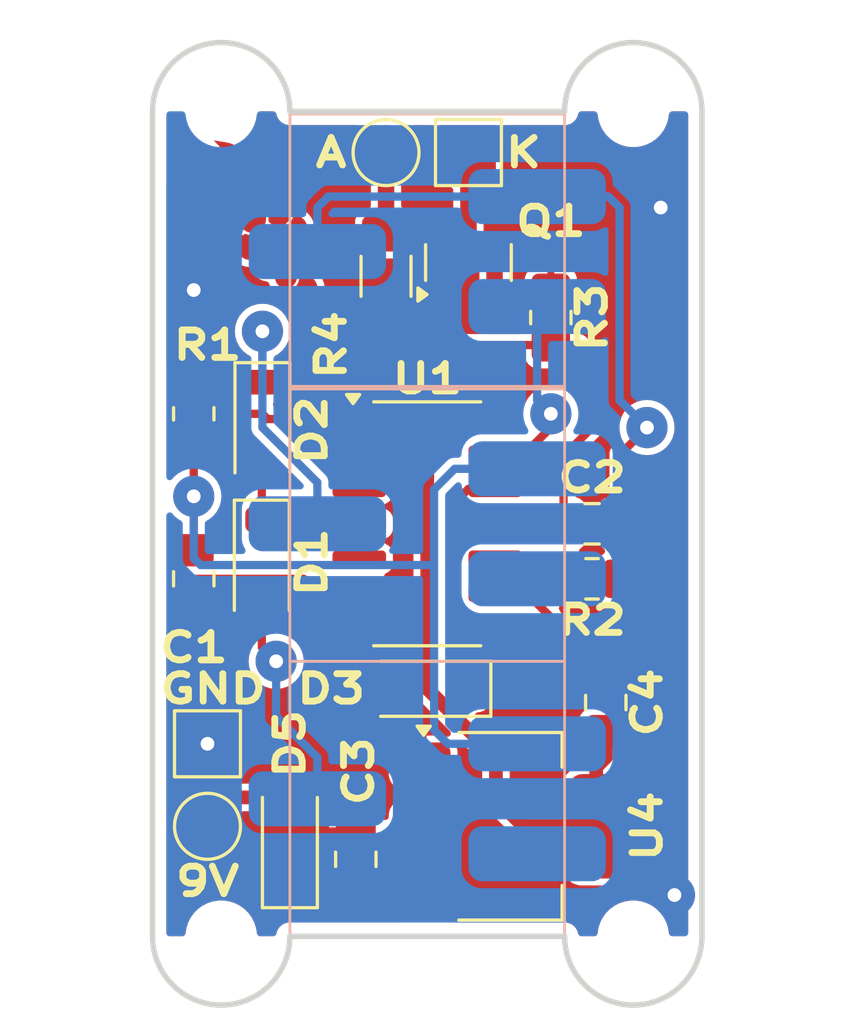
<source format=kicad_pcb>
(kicad_pcb (version 20240108) (generator "pcbnew") (generator_version "8.0")
  (layers (0 "F.Cu" signal) (31 "B.Cu" signal) (34 "B.Paste" user) (35 "F.Paste" user) (36 "B.SilkS" user "B.Silkscreen") (37 "F.SilkS" user "F.Silkscreen") (38 "B.Mask" user) (39 "F.Mask" user) (44 "Edge.Cuts" user))
  (net 0 "")
  (net 1 "Net-(D1-A)")
  (net 2 "/o2")
  (net 3 "/out4")
  (net 4 "/in4")
  (net 5 "/in2")
  (net 6 "/in3c")
  (net 7 "/in1")
  (net 8 "/in3fb")
  (net 9 "GND")
  (net 10 "Net-(C1-Pad2)")
  (net 11 "Net-(C2-Pad2)")
  (net 12 "Net-(D2-K)")
  (net 13 "Net-(D5-K)")
  (net 14 "+3V3")
  (net 15 "/9V")
  (net 16 "Net-(Q1-D)")
  (net 17 "Net-(J4-Pad1)")
  (footprint "Package_SO:SOIC-14_3.9x8.7mm_P1.27mm" (layer "F.Cu") (at 140 95)
    (property "Reference" "U1" (at 0 -5.28 0) (layer "F.SilkS") (effects (font (size 1 1.25) (thickness 0.3))))
    (property "Value" "74HC00")
    (pad "1" smd roundrect (at -2.475 -3.81) (size 1.95 0.6) (layers "F.Cu" "F.Paste" "F.Mask") (net 7 "/in1"))
    (pad "2" smd roundrect (at -2.475 -2.54) (size 1.95 0.6) (layers "F.Cu" "F.Paste" "F.Mask") (net 7 "/in1"))
    (pad "3" smd roundrect (at -2.475 -1.27) (size 1.95 0.6) (layers "F.Cu" "F.Paste" "F.Mask") (net 5 "/in2"))
    (pad "4" smd roundrect (at -2.475 0) (size 1.95 0.6) (layers "F.Cu" "F.Paste" "F.Mask") (net 5 "/in2"))
    (pad "5" smd roundrect (at -2.475 1.27) (size 1.95 0.6) (layers "F.Cu" "F.Paste" "F.Mask") (net 5 "/in2"))
    (pad "6" smd roundrect (at -2.475 2.54) (size 1.95 0.6) (layers "F.Cu" "F.Paste" "F.Mask") (net 2 "/o2"))
    (pad "7" smd roundrect (at -2.475 3.81) (size 1.95 0.6) (layers "F.Cu" "F.Paste" "F.Mask") (net 9 "GND"))
    (pad "8" smd roundrect (at 2.475 3.81) (size 1.95 0.6) (layers "F.Cu" "F.Paste" "F.Mask") (net 4 "/in4"))
    (pad "9" smd roundrect (at 2.475 2.54) (size 1.95 0.6) (layers "F.Cu" "F.Paste" "F.Mask") (net 6 "/in3c"))
    (pad "10" smd roundrect (at 2.475 1.27) (size 1.95 0.6) (layers "F.Cu" "F.Paste" "F.Mask") (net 8 "/in3fb"))
    (pad "11" smd roundrect (at 2.475 0) (size 1.95 0.6) (layers "F.Cu" "F.Paste" "F.Mask") (net 3 "/out4"))
    (pad "12" smd roundrect (at 2.475 -1.27) (size 1.95 0.6) (layers "F.Cu" "F.Paste" "F.Mask") (net 4 "/in4"))
    (pad "13" smd roundrect (at 2.475 -2.54) (size 1.95 0.6) (layers "F.Cu" "F.Paste" "F.Mask") (net 4 "/in4"))
    (pad "14" smd roundrect (at 2.475 -3.81) (size 1.95 0.6) (layers "F.Cu" "F.Paste" "F.Mask") (net 14 "+3V3"))
  )
  (footprint "Diode_SMD:D_SOD-123" (layer "F.Cu") (at 135 106.6 90)
    (property "Reference" "D5" (at 3.6 0 270) (layer "F.SilkS") (effects (font (size 1 1.25) (thickness 0.3))))
    (property "Value" "D_Schottky")
    (pad "1" smd roundrect (at -1.65 0 90) (size 0.9 1.2) (layers "F.Cu" "F.Paste" "F.Mask") (net 13 "Net-(D5-K)"))
    (pad "2" smd roundrect (at 1.65 0 90) (size 0.9 1.2) (layers "F.Cu" "F.Paste" "F.Mask") (net 15 "/9V"))
  )
  (footprint "MountingHole:MountingHole_2.1mm" (layer "F.Cu") (at 147.5 110 180)
    (property "Reference" "REF**" (hide yes))
    (property "Value" "MountingHole_2.1mm")
    (pad "" np_thru_hole circle (at 0 0 180) (size 2.1 2.1) (drill 2.1) (layers "F&B.Cu" "*.Mask"))
  )
  (footprint "Capacitor_SMD:C_0805_2012Metric_Pad1.18x1.45mm_HandSolder" (layer "F.Cu") (at 146.5 101.5 90)
    (property "Reference" "C4" (at 0 1.5 270) (layer "F.SilkS") (effects (font (size 1 1.25) (thickness 0.3))))
    (property "Value" "10u")
    (pad "1" smd roundrect (at -1.0375 0 90) (size 1.175 1.45) (layers "F.Cu" "F.Paste" "F.Mask") (roundrect_rratio 0.2127659574) (net 14 "+3V3"))
    (pad "2" smd roundrect (at 1.0375 0 90) (size 1.175 1.45) (layers "F.Cu" "F.Paste" "F.Mask") (roundrect_rratio 0.2127659574) (net 9 "GND"))
  )
  (footprint "Resistor_SMD:R_1206_3216Metric_Pad1.30x1.75mm_HandSolder" (layer "F.Cu") (at 138.5 86 90)
    (property "Reference" "R4" (at -2.5 -2 270) (layer "F.SilkS") (effects (font (size 1 1.25) (thickness 0.3))))
    (property "Value" "220R")
    (pad "1" smd roundrect (at -1.55 0 90) (size 1.3 1.75) (layers "F.Cu" "F.Paste" "F.Mask") (roundrect_rratio 0.1923076923) (net 14 "+3V3"))
    (pad "2" smd roundrect (at 1.55 0 90) (size 1.3 1.75) (layers "F.Cu" "F.Paste" "F.Mask") (roundrect_rratio 0.1923076923) (net 17 "Net-(J4-Pad1)"))
  )
  (footprint "Diode_SMD:D_SOD-123" (layer "F.Cu") (at 134 91.5 -90)
    (property "Reference" "D2" (at 0.1 -1.8 90) (layer "F.SilkS") (effects (font (size 1 1.25) (thickness 0.3))))
    (property "Value" "D_Schottky")
    (pad "1" smd roundrect (at -1.65 0 270) (size 0.9 1.2) (layers "F.Cu" "F.Paste" "F.Mask") (net 12 "Net-(D2-K)"))
    (pad "2" smd roundrect (at 1.65 0 270) (size 0.9 1.2) (layers "F.Cu" "F.Paste" "F.Mask") (net 5 "/in2"))
  )
  (footprint "TestPoint:TestPoint_Pad_D2.0mm" (layer "F.Cu") (at 138.5 81.5)
    (property "Reference" "J4" (hide yes))
    (property "Value" "A" (at -2 0 0) (layer "F.SilkS") (effects (font (size 1 1.25) (thickness 0.25) (bold yes))))
    (pad "1" smd circle (at 0 0) (size 2 2) (layers "F.Cu" "F.Mask") (net 17 "Net-(J4-Pad1)"))
  )
  (footprint "Package_TO_SOT_SMD:SOT-23" (layer "F.Cu") (at 141.5 85.5 90)
    (property "Reference" "Q1" (at 1.5 3 0) (layer "F.SilkS") (effects (font (size 1 1.25) (thickness 0.3))))
    (property "Value" "BS170F")
    (pad "1" smd roundrect (at -0.9375 -0.95 90) (size 1.475 0.6) (layers "F.Cu" "F.Paste" "F.Mask") (net 3 "/out4"))
    (pad "2" smd roundrect (at -0.9375 0.95 90) (size 1.475 0.6) (layers "F.Cu" "F.Paste" "F.Mask") (net 9 "GND"))
    (pad "3" smd roundrect (at 0.9375 0 90) (size 1.475 0.6) (layers "F.Cu" "F.Paste" "F.Mask") (net 16 "Net-(Q1-D)"))
  )
  (footprint "TestPoint:TestPoint_Pad_2.0x2.0mm" (layer "F.Cu") (at 141.5 81.5)
    (property "Reference" "J3" (hide yes))
    (property "Value" "K" (at 2 0 0) (layer "F.SilkS") (effects (font (size 1 1.25) (thickness 0.25) (bold yes))))
    (pad "1" smd rect (at 0 0) (size 2 2) (layers "F.Cu" "F.Mask") (net 16 "Net-(Q1-D)"))
  )
  (footprint "Capacitor_SMD:C_0805_2012Metric_Pad1.18x1.45mm_HandSolder" (layer "F.Cu") (at 137.4 107.2 90)
    (property "Reference" "C3" (at 3.2 0.1 270) (layer "F.SilkS") (effects (font (size 1 1.25) (thickness 0.3))))
    (property "Value" "10u")
    (pad "1" smd roundrect (at -1.0375 0 90) (size 1.175 1.45) (layers "F.Cu" "F.Paste" "F.Mask") (roundrect_rratio 0.2127659574) (net 13 "Net-(D5-K)"))
    (pad "2" smd roundrect (at 1.0375 0 90) (size 1.175 1.45) (layers "F.Cu" "F.Paste" "F.Mask") (roundrect_rratio 0.2127659574) (net 9 "GND"))
  )
  (footprint "MountingHole:MountingHole_2.1mm" (layer "F.Cu") (at 147.5 80 180)
    (property "Reference" "REF**" (hide yes))
    (property "Value" "MountingHole_2.1mm")
    (pad "" np_thru_hole circle (at 0 0 180) (size 2.1 2.1) (drill 2.1) (layers "F&B.Cu" "*.Mask"))
  )
  (footprint "MountingHole:MountingHole_2.1mm" (layer "F.Cu") (at 132.5 80 180)
    (property "Reference" "REF**" (hide yes))
    (property "Value" "MountingHole_2.1mm")
    (pad "" np_thru_hole circle (at 0 0 180) (size 2.1 2.1) (drill 2.1) (layers "F&B.Cu" "*.Mask"))
  )
  (footprint "Package_TO_SOT_SMD:SOT-223-3_TabPin2" (layer "F.Cu") (at 143 106)
    (property "Reference" "U4" (at 5 0 90) (layer "F.SilkS") (effects (font (size 1 1.25) (thickness 0.3))))
    (property "Value" "AMS1117-3.3")
    (pad "1" smd roundrect (at -3.15 -2.3) (size 2 1.5) (layers "F.Cu" "F.Paste" "F.Mask") (net 9 "GND"))
    (pad "2" smd roundrect (at -3.15 0) (size 2 1.5) (layers "F.Cu" "F.Paste" "F.Mask") (net 14 "+3V3"))
    (pad "2" smd roundrect (at 3.15 0) (size 2 3.8) (layers "F.Cu" "F.Paste" "F.Mask") (net 14 "+3V3"))
    (pad "3" smd roundrect (at -3.15 2.3) (size 2 1.5) (layers "F.Cu" "F.Paste" "F.Mask") (net 13 "Net-(D5-K)"))
  )
  (footprint "uzum:uzum" (layer "F.Cu") (at 134 84 20)
    (property "Reference" "G***" (hide yes))
    (property "Value" "LOGO" (hide yes))
    (fp_poly (pts (xy -0.286352 -0.753587) (xy -0.207593 -0.741895) (xy -0.133152 -0.717963) (xy -0.063999 -0.682625) (xy -0.0011 -0.636713) (xy 0.054577 -0.581062) (xy 0.102063 -0.516505) (xy 0.140392 -0.443876) (xy 0.168596 -0.364007) (xy 0.169404 -0.361026) (xy 0.17925 -0.309784) (xy 0.184115 -0.251221) (xy 0.183996 -0.190397) (xy 0.178887 -0.132363) (xy 0.169686 -0.085455) (xy 0.1431 -0.009385) (xy 0.106393 0.061034) (xy 0.060785 0.124668) (xy 0.007492 0.180378) (xy -0.052268 0.227032) (xy -0.117276 0.263489) (xy -0.186315 0.288617) (xy -0.243218 0.299746) (xy -0.278984 0.303908) (xy -0.305394 0.306287) (xy -0.326461 0.306987) (xy -0.346193 0.306105) (xy -0.368601 0.303741) (xy -0.374521 0.303002) (xy -0.451694 0.286763) (xy -0.523511 0.258967) (xy -0.589253 0.220735) (xy -0.648197 0.173189) (xy -0.699623 0.117446) (xy -0.742808 0.054628) (xy -0.777032 -0.014145) (xy -0.801573 -0.087753) (xy -0.815709 -0.165076) (xy -0.81872 -0.244993) (xy -0.809883 -0.326385) (xy -0.802332 -0.361273) (xy -0.776944 -0.437909) (xy -0.740248 -0.508626) (xy -0.691508 -0.574688) (xy -0.654694 -0.614081) (xy -0.592812 -0.666111) (xy -0.524827 -0.706594) (xy -0.45196 -0.73507) (xy -0.375433 -0.751074) (xy -0.296466 -0.754145)) (fill solid) (layer "F.Cu"))
    (fp_poly (pts (xy 1.519636 0.894564) (xy 1.534993 0.904668) (xy 1.555034 0.919073) (xy 1.560119 0.922881) (xy 1.612253 0.970449) (xy 1.655225 1.026635) (xy 1.688494 1.089671) (xy 1.711521 1.157794) (xy 1.723765 1.229236) (xy 1.724686 1.302233) (xy 1.713745 1.375018) (xy 1.706548 1.401652) (xy 1.679595 1.469216) (xy 1.642534 1.530135) (xy 1.596677 1.583154) (xy 1.543331 1.627019) (xy 1.483807 1.660471) (xy 1.419413 1.682258) (xy 1.412297 1.683844) (xy 1.369255 1.691065) (xy 1.331417 1.692393) (xy 1.291835 1.687814) (xy 1.270341 1.683549) (xy 1.222382 1.668981) (xy 1.173975 1.647038) (xy 1.130786 1.62048) (xy 1.114258 1.607498) (xy 1.084955 1.582259) (xy 1.093441 1.529653) (xy 1.099562 1.460895) (xy 1.097147 1.388474) (xy 1.086715 1.316729) (xy 1.068785 1.25) (xy 1.056065 1.217347) (xy 1.039957 1.180924) (xy 1.063488 1.180924) (xy 1.093678 1.178412) (xy 1.131718 1.171585) (xy 1.173084 1.161513) (xy 1.213247 1.149262) (xy 1.239574 1.139403) (xy 1.307309 1.104377) (xy 1.370822 1.05795) (xy 1.427842 1.002077) (xy 1.476093 0.938713) (xy 1.479788 0.93293) (xy 1.493351 0.91251) (xy 1.504644 0.89753) (xy 1.511481 0.890861) (xy 1.511948 0.890754)) (fill solid) (layer "F.Cu"))
    (fp_poly (pts (xy 0.193847 1.826691) (xy 0.23129 1.839782) (xy 0.270676 1.859788) (xy 0.298439 1.877812) (xy 0.323607 1.895163) (xy 0.347263 1.910252) (xy 0.365502 1.920629) (xy 0.370189 1.922823) (xy 0.386887 1.934214) (xy 0.40724 1.954753) (xy 0.428905 1.981498) (xy 0.449542 2.011505) (xy 0.466809 2.04183) (xy 0.469832 2.04806) (xy 0.493006 2.11306) (xy 0.503792 2.181302) (xy 0.502298 2.250924) (xy 0.488631 2.320066) (xy 0.462899 2.386866) (xy 0.448815 2.413267) (xy 0.434879 2.433536) (xy 0.414684 2.458392) (xy 0.391953 2.483336) (xy 0.385237 2.490121) (xy 0.329987 2.535485) (xy 0.268128 2.569688) (xy 0.201282 2.592268) (xy 0.131071 2.602763) (xy 0.059113 2.600711) (xy 0.020245 2.594254) (xy -0.046575 2.573143) (xy -0.108236 2.540438) (xy -0.163333 2.497513) (xy -0.210454 2.44574) (xy -0.24819 2.386491) (xy -0.275132 2.321139) (xy -0.280746 2.301158) (xy -0.288917 2.248373) (xy -0.289321 2.190126) (xy -0.282306 2.13174) (xy -0.268218 2.078538) (xy -0.26576 2.071955) (xy -0.246174 2.021621) (xy -0.194469 2.013626) (xy -0.113376 1.994859) (xy -0.035982 1.964726) (xy 0.035482 1.924349) (xy 0.098786 1.874852) (xy 0.117839 1.856366) (xy 0.135901 1.839284) (xy 0.151614 1.826979) (xy 0.161699 1.822008) (xy 0.161971 1.821998)) (fill solid) (layer "F.Cu"))
    (fp_poly (pts (xy 0.171106 0.217949) (xy 0.175452 0.220369) (xy 0.179911 0.230305) (xy 0.191964 0.247443) (xy 0.209623 0.269479) (xy 0.230902 0.294107) (xy 0.253813 0.319025) (xy 0.27637 0.341926) (xy 0.295468 0.359552) (xy 0.337971 0.391382) (xy 0.388187 0.421424) (xy 0.441342 0.44722) (xy 0.492661 0.466307) (xy 0.513837 0.472042) (xy 0.56347 0.483586) (xy 0.575213 0.518432) (xy 0.593304 0.592463) (xy 0.598464 0.667007) (xy 0.591113 0.740599) (xy 0.571672 0.811775) (xy 0.540559 0.87907) (xy 0.498197 0.941022) (xy 0.445001 0.996164) (xy 0.436024 1.003831) (xy 0.378788 1.0435) (xy 0.314686 1.073964) (xy 0.246537 1.09442) (xy 0.177156 1.104064) (xy 0.109362 1.102095) (xy 0.097188 1.100389) (xy 0.063066 1.093709) (xy 0.031435 1.08432) (xy -0.002225 1.070615) (xy -0.042434 1.05099) (xy -0.043516 1.050434) (xy -0.102894 1.012492) (xy -0.155374 0.964214) (xy -0.199844 0.907457) (xy -0.235194 0.844078) (xy -0.26031 0.775934) (xy -0.274083 0.704882) (xy -0.276439 0.661317) (xy -0.270598 0.593195) (xy -0.253977 0.524088) (xy -0.227923 0.45853) (xy -0.202894 0.41425) (xy -0.187835 0.39349) (xy -0.173342 0.380698) (xy -0.154016 0.371731) (xy -0.142425 0.367879) (xy -0.074509 0.340858) (xy -0.00797 0.303721) (xy 0.052207 0.259359) (xy 0.066262 0.246936) (xy 0.085119 0.231076) (xy 0.101611 0.222473) (xy 0.122114 0.218387) (xy 0.135431 0.217213) (xy 0.156599 0.216604)) (fill solid) (layer "F.Cu"))
    (fp_poly (pts (xy 1.146405 0.186278) (xy 1.17009 0.193314) (xy 1.198036 0.204188) (xy 1.227741 0.21798) (xy 1.256701 0.233766) (xy 1.269808 0.241914) (xy 1.330176 0.289192) (xy 1.381153 0.34555) (xy 1.422024 0.409729) (xy 1.452072 0.480472) (xy 1.470582 0.556519) (xy 1.475853 0.604195) (xy 1.475294 0.666016) (xy 1.466848 0.729444) (xy 1.451422 0.788841) (xy 1.442276 0.813151) (xy 1.407529 0.879377) (xy 1.362528 0.939343) (xy 1.309004 0.991471) (xy 1.248687 1.034185) (xy 1.183307 1.065907) (xy 1.154146 1.075752) (xy 1.116539 1.083752) (xy 1.07187 1.088656) (xy 1.02606 1.09013) (xy 0.985025 1.087838) (xy 0.972601 1.086033) (xy 0.907955 1.068136) (xy 0.844717 1.03863) (xy 0.785522 0.999346) (xy 0.733009 0.952114) (xy 0.689813 0.898766) (xy 0.679437 0.882466) (xy 0.656301 0.843811) (xy 0.66985 0.798114) (xy 0.677524 0.761797) (xy 0.682412 0.71679) (xy 0.684464 0.66743) (xy 0.683632 0.618053) (xy 0.679867 0.572997) (xy 0.67312 0.5366) (xy 0.67282 0.535503) (xy 0.666871 0.513598) (xy 0.662715 0.497423) (xy 0.661318 0.490885) (xy 0.667456 0.488657) (xy 0.68353 0.485875) (xy 0.705518 0.483201) (xy 0.773576 0.470084) (xy 0.842592 0.445285) (xy 0.909924 0.410127) (xy 0.972934 0.365935) (xy 1.015985 0.327441) (xy 1.039811 0.302049) (xy 1.064159 0.273246) (xy 1.086833 0.243941) (xy 1.105639 0.217039) (xy 1.118376 0.195446) (xy 1.121831 0.187407) (xy 1.129484 0.184001)) (fill solid) (layer "F.Cu"))
    (fp_poly (pts (xy 0.684134 -0.609847) (xy 0.72148 -0.606787) (xy 0.754087 -0.600389) (xy 0.786302 -0.589628) (xy 0.822471 -0.573481) (xy 0.846892 -0.561286) (xy 0.880106 -0.540525) (xy 0.917041 -0.511257) (xy 0.954508 -0.476566) (xy 0.989314 -0.439539) (xy 1.01827 -0.40326) (xy 1.031948 -0.382387) (xy 1.067601 -0.308963) (xy 1.091254 -0.231944) (xy 1.103121 -0.152877) (xy 1.103413 -0.073311) (xy 1.092344 0.005206) (xy 1.070126 0.081127) (xy 1.036971 0.152904) (xy 0.993091 0.218989) (xy 0.941696 0.27506) (xy 0.880482 0.323535) (xy 0.813837 0.360262) (xy 0.743067 0.384871) (xy 0.669473 0.396992) (xy 0.594359 0.396255) (xy 0.542968 0.388197) (xy 0.474667 0.366593) (xy 0.409792 0.332877) (xy 0.349872 0.2883) (xy 0.296431 0.23411) (xy 0.251001 0.171558) (xy 0.228365 0.13082) (xy 0.215598 0.104804) (xy 0.208184 0.087601) (xy 0.205461 0.07594) (xy 0.206769 0.066548) (xy 0.211446 0.056159) (xy 0.21276 0.053611) (xy 0.231804 0.009461) (xy 0.248753 -0.043621) (xy 0.262556 -0.101113) (xy 0.272163 -0.158491) (xy 0.276523 -0.211232) (xy 0.276674 -0.221591) (xy 0.275476 -0.248903) (xy 0.27228 -0.283444) (xy 0.267685 -0.319202) (xy 0.265722 -0.331704) (xy 0.25477 -0.397445) (xy 0.279734 -0.431454) (xy 0.326918 -0.485003) (xy 0.38426 -0.531973) (xy 0.449298 -0.570569) (xy 0.500479 -0.592516) (xy 0.523005 -0.600169) (xy 0.54308 -0.605309) (xy 0.564431 -0.608428) (xy 0.590781 -0.610015) (xy 0.625858 -0.610562) (xy 0.6377 -0.610595)) (fill solid) (layer "F.Cu"))
    (fp_poly (pts (xy 1.055808 1.677216) (xy 1.069196 1.685752) (xy 1.084998 1.696757) (xy 1.140446 1.729957) (xy 1.203114 1.756114) (xy 1.256866 1.770829) (xy 1.28169 1.775871) (xy 1.300985 1.77963) (xy 1.311301 1.781439) (xy 1.312036 1.781509) (xy 1.315552 1.78745) (xy 1.321718 1.803177) (xy 1.329322 1.825542) (xy 1.330877 1.830433) (xy 1.337717 1.854657) (xy 1.342223 1.878042) (xy 1.344824 1.904461) (xy 1.345953 1.937789) (xy 1.346099 1.967083) (xy 1.345737 2.005253) (xy 1.34446 2.033798) (xy 1.34175 2.056584) (xy 1.337084 2.077477) (xy 1.329945 2.100341) (xy 1.327045 2.108729) (xy 1.314835 2.140007) (xy 1.300364 2.171925) (xy 1.286592 2.197997) (xy 1.285492 2.199829) (xy 1.262844 2.23174) (xy 1.233679 2.265359) (xy 1.201693 2.296918) (xy 1.170581 2.322646) (xy 1.154739 2.333208) (xy 1.096432 2.361009) (xy 1.034023 2.378854) (xy 0.970735 2.386178) (xy 0.909789 2.382418) (xy 0.892672 2.379094) (xy 0.832302 2.359072) (xy 0.773919 2.327936) (xy 0.721141 2.28797) (xy 0.680509 2.245195) (xy 0.652626 2.204372) (xy 0.62789 2.157279) (xy 0.607776 2.107686) (xy 0.593766 2.05936) (xy 0.587339 2.01607) (xy 0.587089 2.007144) (xy 0.587089 1.979185) (xy 0.636852 1.974979) (xy 0.695992 1.965407) (xy 0.75748 1.947469) (xy 0.815019 1.923165) (xy 0.836422 1.911583) (xy 0.890778 1.873854) (xy 0.942969 1.826639) (xy 0.989505 1.773567) (xy 1.026899 1.718264) (xy 1.032961 1.707279) (xy 1.042344 1.689581) (xy 1.048707 1.677597) (xy 1.05022 1.674762)) (fill solid) (layer "F.Cu"))
    (fp_poly (pts (xy -0.750846 0.216571) (xy -0.734701 0.219286) (xy -0.723369 0.225321) (xy -0.714792 0.233442) (xy -0.672712 0.271252) (xy -0.620495 0.30675) (xy -0.561486 0.338235) (xy -0.49903 0.364008) (xy -0.436472 0.382375) (xy -0.411384 0.387402) (xy -0.396724 0.391702) (xy -0.384278 0.400779) (xy -0.37074 0.417507) (xy -0.362141 0.43023) (xy -0.351186 0.447267) (xy -0.344118 0.460818) (xy -0.340734 0.47399) (xy -0.34083 0.489886) (xy -0.3442 0.511612) (xy -0.35064 0.542273) (xy -0.353808 0.556721) (xy -0.363182 0.626795) (xy -0.362342 0.701207) (xy -0.351611 0.775865) (xy -0.331314 0.846678) (xy -0.330714 0.848291) (xy -0.316905 0.885201) (xy -0.337592 0.926779) (xy -0.377739 0.992566) (xy -0.428562 1.050954) (xy -0.488823 1.100896) (xy -0.557288 1.141341) (xy -0.620829 1.167407) (xy -0.659785 1.176921) (xy -0.707025 1.183055) (xy -0.757714 1.185599) (xy -0.807018 1.184344) (xy -0.850103 1.179079) (xy -0.857013 1.177647) (xy -0.882654 1.170148) (xy -0.914945 1.158215) (xy -0.948676 1.143851) (xy -0.964966 1.136131) (xy -0.99729 1.119173) (xy -1.023689 1.102484) (xy -1.048516 1.082864) (xy -1.076119 1.057111) (xy -1.086774 1.046526) (xy -1.139149 0.985964) (xy -1.179017 0.921532) (xy -1.206814 0.852156) (xy -1.222974 0.776763) (xy -1.227944 0.698432) (xy -1.223228 0.622549) (xy -1.208461 0.553475) (xy -1.182784 0.488133) (xy -1.155161 0.438629) (xy -1.109942 0.377784) (xy -1.056449 0.325118) (xy -0.996397 0.281637) (xy -0.931501 0.248349) (xy -0.863477 0.226262) (xy -0.79404 0.216384) (xy -0.776133 0.21594)) (fill solid) (layer "F.Cu"))
    (fp_poly (pts (xy 0.653522 2.363101) (xy 0.672107 2.368484) (xy 0.690749 2.379622) (xy 0.700063 2.386545) (xy 0.745051 2.415538) (xy 0.798253 2.440772) (xy 0.854464 2.459947) (xy 0.880365 2.466198) (xy 0.906647 2.472265) (xy 0.928285 2.478451) (xy 0.941433 2.483622) (xy 0.942916 2.484602) (xy 0.957775 2.500132) (xy 0.976474 2.524248) (xy 0.996693 2.553524) (xy 1.016113 2.584541) (xy 1.032414 2.613873) (xy 1.037336 2.623925) (xy 1.061859 2.688692) (xy 1.07566 2.75612) (xy 1.079586 2.821968) (xy 1.073647 2.900504) (xy 1.056082 2.97479) (xy 1.027751 3.043719) (xy 0.989515 3.106182) (xy 0.942233 3.161073) (xy 0.886765 3.207282) (xy 0.82397 3.243702) (xy 0.75471 3.269224) (xy 0.727397 3.275729) (xy 0.678222 3.283563) (xy 0.634198 3.285013) (xy 0.588574 3.280058) (xy 0.563469 3.27526) (xy 0.495518 3.25417) (xy 0.43195 3.221216) (xy 0.374057 3.177671) (xy 0.323131 3.124808) (xy 0.280466 3.063901) (xy 0.247354 2.996225) (xy 0.231193 2.947861) (xy 0.225708 2.919536) (xy 0.221962 2.883086) (xy 0.219973 2.842078) (xy 0.219755 2.800074) (xy 0.221326 2.76064) (xy 0.224701 2.727342) (xy 0.229897 2.703744) (xy 0.230079 2.70323) (xy 0.236388 2.688796) (xy 0.245059 2.678492) (xy 0.259476 2.669572) (xy 0.283022 2.65929) (xy 0.285405 2.658325) (xy 0.359226 2.621578) (xy 0.424707 2.574614) (xy 0.481053 2.518183) (xy 0.527476 2.453034) (xy 0.552655 2.404836) (xy 0.562452 2.384897) (xy 0.571305 2.374006) (xy 0.583339 2.368703) (xy 0.598926 2.366034) (xy 0.630595 2.362582)) (fill solid) (layer "F.Cu"))
    (fp_poly (pts (xy -0.240655 1.020056) (xy -0.22661 1.024795) (xy -0.211696 1.035403) (xy -0.194708 1.051022) (xy -0.140483 1.095628) (xy -0.078734 1.133605) (xy -0.013419 1.162843) (xy 0.048059 1.180546) (xy 0.072279 1.186855) (xy 0.08822 1.19552) (xy 0.101087 1.209526) (xy 0.102891 1.212016) (xy 0.119787 1.235761) (xy 0.107237 1.276083) (xy 0.089595 1.35502) (xy 0.084271 1.437639) (xy 0.091222 1.522205) (xy 0.110401 1.60698) (xy 0.11597 1.624615) (xy 0.136843 1.687563) (xy 0.111649 1.724143) (xy 0.060498 1.787265) (xy 0.001724 1.839359) (xy -0.064285 1.88016) (xy -0.137143 1.909403) (xy -0.173409 1.919027) (xy -0.22532 1.926796) (xy -0.282991 1.928984) (xy -0.339887 1.92557) (xy -0.376759 1.919621) (xy -0.418013 1.907255) (xy -0.464174 1.887883) (xy -0.510438 1.863869) (xy -0.552 1.83758) (xy -0.568132 1.825439) (xy -0.619307 1.775986) (xy -0.662399 1.717503) (xy -0.696361 1.652382) (xy -0.720143 1.583017) (xy -0.732699 1.5118) (xy -0.73351 1.447731) (xy -0.73001 1.418495) (xy -0.723818 1.385583) (xy -0.715801 1.35215) (xy -0.706827 1.321348) (xy -0.697761 1.296331) (xy -0.689472 1.280254) (xy -0.686579 1.277039) (xy -0.675075 1.272) (xy -0.656079 1.26724) (xy -0.647821 1.265816) (xy -0.613188 1.257777) (xy -0.571906 1.243786) (xy -0.528362 1.225655) (xy -0.486946 1.205195) (xy -0.455004 1.186212) (xy -0.421049 1.161258) (xy -0.385567 1.131155) (xy -0.351903 1.099069) (xy -0.323403 1.068166) (xy -0.305233 1.044441) (xy -0.293186 1.028403) (xy -0.281416 1.021019) (xy -0.263879 1.019013) (xy -0.258224 1.018969)) (fill solid) (layer "F.Cu"))
    (fp_poly (pts (xy 0.615613 0.988835) (xy 0.634144 0.994057) (xy 0.6528 1.004562) (xy 0.675042 1.022502) (xy 0.686247 1.032734) (xy 0.751966 1.086828) (xy 0.819421 1.128032) (xy 0.88816 1.15608) (xy 0.902155 1.160123) (xy 0.919882 1.166547) (xy 0.932953 1.176748) (xy 0.94555 1.19443) (xy 0.950582 1.203005) (xy 0.962827 1.227134) (xy 0.97635 1.257913) (xy 0.988429 1.289107) (xy 0.989543 1.292269) (xy 0.997361 1.315952) (xy 1.002658 1.336427) (xy 1.00591 1.357379) (xy 1.007589 1.382495) (xy 1.008169 1.415464) (xy 1.008194 1.437354) (xy 1.007828 1.476662) (xy 1.006568 1.506249) (xy 1.003943 1.52988) (xy 0.999482 1.551324) (xy 0.992715 1.574348) (xy 0.99006 1.582439) (xy 0.959387 1.654991) (xy 0.918713 1.719731) (xy 0.868985 1.775679) (xy 0.811145 1.821853) (xy 0.746138 1.857275) (xy 0.713054 1.87004) (xy 0.66339 1.881915) (xy 0.607448 1.887247) (xy 0.550843 1.885876) (xy 0.499185 1.877641) (xy 0.493976 1.87629) (xy 0.461803 1.865954) (xy 0.427609 1.852495) (xy 0.402876 1.840873) (xy 0.366275 1.817201) (xy 0.327401 1.784666) (xy 0.289597 1.746677) (xy 0.256211 1.706643) (xy 0.230585 1.667969) (xy 0.227395 1.66207) (xy 0.197112 1.589701) (xy 0.179165 1.513604) (xy 0.173585 1.435595) (xy 0.180402 1.357484) (xy 0.199646 1.281083) (xy 0.220251 1.230175) (xy 0.227943 1.214355) (xy 0.235142 1.20291) (xy 0.24432 1.194284) (xy 0.257953 1.186921) (xy 0.278512 1.17927) (xy 0.308472 1.169774) (xy 0.323911 1.165029) (xy 0.377895 1.145171) (xy 0.427136 1.119519) (xy 0.475077 1.08596) (xy 0.525162 1.042386) (xy 0.527389 1.040281) (xy 0.586778 0.983989)) (fill solid) (layer "F.Cu"))
    (fp_poly (pts (xy -0.653624 -3.365249) (xy -0.637294 -3.357485) (xy -0.612343 -3.344809) (xy -0.580341 -3.328077) (xy -0.542861 -3.30814) (xy -0.501474 -3.285849) (xy -0.457752 -3.262056) (xy -0.413266 -3.237613) (xy -0.369589 -3.213373) (xy -0.328291 -3.190187) (xy -0.290945 -3.168907) (xy -0.259122 -3.150387) (xy -0.253054 -3.146787) (xy -0.175046 -3.097572) (xy -0.109199 -3.049633) (xy -0.054431 -3.001647) (xy -0.009661 -2.952292) (xy 0.026194 -2.900248) (xy 0.054215 -2.844189) (xy 0.075486 -2.782797) (xy 0.088168 -2.729956) (xy 0.096155 -2.684614) (xy 0.102866 -2.633532) (xy 0.108441 -2.575072) (xy 0.113017 -2.507598) (xy 0.116733 -2.429471) (xy 0.118976 -2.36497) (xy 0.123504 -2.216257) (xy 0.153996 -2.231694) (xy 0.188456 -2.243698) (xy 0.224473 -2.247063) (xy 0.257546 -2.241696) (xy 0.274205 -2.234184) (xy 0.304419 -2.208016) (xy 0.327902 -2.171054) (xy 0.344361 -2.124373) (xy 0.353505 -2.069037) (xy 0.355041 -2.006119) (xy 0.350915 -1.953682) (xy 0.335131 -1.863952) (xy 0.310229 -1.780346) (xy 0.27685 -1.704578) (xy 0.235633 -1.638358) (xy 0.230174 -1.631112) (xy 0.194937 -1.58531) (xy 0.237883 -1.565839) (xy 0.28651 -1.546707) (xy 0.340098 -1.531487) (xy 0.400248 -1.519944) (xy 0.468561 -1.511842) (xy 0.54664 -1.506944) (xy 0.636087 -1.505016) (xy 0.651466 -1.504967) (xy 0.793447 -1.504836) (xy 1.046855 -1.695471) (xy 1.137786 -1.763648) (xy 1.218753 -1.823841) (xy 1.290358 -1.876457) (xy 1.353206 -1.921904) (xy 1.407901 -1.96059) (xy 1.455047 -1.992921) (xy 1.495249 -2.019308) (xy 1.52911 -2.040157) (xy 1.557234 -2.055876) (xy 1.580226 -2.066874) (xy 1.598689 -2.073558) (xy 1.610502 -2.076059) (xy 1.621854 -2.076806) (xy 1.632581 -2.075096) (xy 1.645041 -2.069704) (xy 1.661593 -2.059405) (xy 1.684596 -2.042974) (xy 1.708342 -2.025258) (xy 1.748187 -1.994187) (xy 1.777738 -1.968252) (xy 1.798394 -1.945848) (xy 1.811558 -1.925373) (xy 1.818628 -1.905224) (xy 1.819993 -1.897438) (xy 1.819555 -1.877133) (xy 1.811532 -1.858983) (xy 1.794624 -1.841766) (xy 1.767534 -1.824255) (xy 1.728962 -1.80523) (xy 1.716031 -1.79951) (xy 1.643772 -1.764652) (xy 1.564349 -1.719896) (xy 1.478899 -1.665982) (xy 1.38856 -1.603652) (xy 1.294472 -1.533647) (xy 1.230834 -1.483569) (xy 1.200915 -1.459209) (xy 1.180245 -1.44139) (xy 1.167317 -1.428499) (xy 1.160626 -1.418923) (xy 1.158663 -1.411049) (xy 1.159078 -1.40673) (xy 1.159279 -1.394235) (xy 1.151324 -1.390233) (xy 1.147971 -1.390117) (xy 1.136586 -1.387394) (xy 1.133688 -1.383274) (xy 1.129047 -1.374928) (xy 1.117389 -1.362097) (xy 1.111768 -1.356845) (xy 1.095599 -1.344592) (xy 1.084909 -1.342372) (xy 1.081397 -1.344274) (xy 1.073415 -1.3426) (xy 1.057882 -1.332435) (xy 1.036355 -1.315251) (xy 1.01039 -1.292518) (xy 0.981543 -1.265705) (xy 0.951372 -1.236284) (xy 0.921431 -1.205725) (xy 0.893278 -1.175498) (xy 0.86847 -1.147073) (xy 0.854916 -1.130314) (xy 0.798841 -1.054507) (xy 0.75029 -0.981348) (xy 0.710029 -0.912168) (xy 0.678823 -0.848303) (xy 0.657441 -0.791084) (xy 0.654882 -0.782275) (xy 0.644178 -0.747298) (xy 0.634064 -0.723722) (xy 0.623179 -0.709594) (xy 0.610162 -0.702962) (xy 0.598742 -0.701733) (xy 0.575897 -0.700505) (xy 0.553348 -0.697815) (xy 0.531807 -0.698964) (xy 0.506918 -0.709494) (xy 0.477404 -0.730121) (xy 0.44472 -0.758968) (xy 0.428961 -0.774587) (xy 0.420995 -0.786564) (xy 0.418722 -0.80044) (xy 0.420045 -0.821759) (xy 0.42022 -0.823689) (xy 0.425574 -0.852267) (xy 0.437382 -0.890098) (xy 0.455816 -0.937596) (xy 0.481049 -0.995172) (xy 0.513251 -1.06324) (xy 0.552596 -1.142212) (xy 0.55472 -1.146385) (xy 0.574095 -1.184695) (xy 0.591076 -1.218751) (xy 0.604807 -1.246798) (xy 0.614433 -1.267081) (xy 0.619099 -1.277844) (xy 0.619377 -1.279101) (xy 0.612458 -1.281185) (xy 0.594778 -1.285589) (xy 0.568757 -1.291736) (xy 0.536813 -1.299044) (xy 0.524857 -1.301729) (xy 0.415205 -1.329525) (xy 0.311613 -1.362306) (xy 0.217567 -1.398962) (xy 0.212759 -1.40106) (xy 0.18512 -1.413048) (xy 0.162229 -1.422697) (xy 0.146781 -1.42889) (xy 0.141569 -1.430606) (xy 0.139321 -1.424337) (xy 0.13617 -1.407321) (xy 0.132552 -1.382235) (xy 0.12927 -1.355072) (xy 0.115734 -1.259899) (xy 0.096781 -1.166508) (xy 0.073081 -1.077066) (xy 0.045305 -0.993742) (xy 0.014126 -0.918701) (xy -0.019785 -0.854113) (xy -0.032075 -0.834528) (xy -0.049813 -0.809454) (xy -0.062807 -0.795498) (xy -0.0721 -0.791584) (xy -0.073429 -0.791853) (xy -0.084836 -0.795659) (xy -0.104939 -0.802563) (xy -0.129706 -0.811179) (xy -0.133679 -0.81257) (xy -0.216949 -0.834768) (xy -0.301616 -0.8436) (xy -0.387188 -0.83906) (xy -0.473176 -0.821145) (xy -0.492614 -0.815243) (xy -0.560901 -0.788535) (xy -0.624046 -0.753378) (xy -0.684666 -0.708098) (xy -0.738468 -0.65808) (xy -0.762938 -0.633769) (xy -0.78197 -0.616744) (xy -0.799411 -0.604501) (xy -0.819112 -0.594529) (xy -0.844921 -0.584327) (xy -0.860387 -0.578691) (xy -0.938714 -0.552067) (xy -1.008966 -0.53194) (xy -1.074471 -0.517591) (xy -1.13856 -0.508302) (xy -1.204562 -0.503354) (xy -1.210446 -0.503107) (xy -1.246332 -0.502414) (xy -1.282293 -0.502945) (xy -1.313178 -0.504567) (xy -1.327698 -0.506091) (xy -1.419268 -0.525153) (xy -1.504457 -0.555705) (xy -1.583538 -0.59794) (xy -1.656777 -0.652051) (xy -1.724446 -0.718229) (xy -1.786812 -0.796669) (xy -1.832616 -0.867612) (xy -1.845948 -0.89073) (xy -1.855848 -0.908994) (xy -1.860871 -0.919685) (xy -1.861145 -0.921312) (xy -1.85444 -0.924248) (xy -1.837345 -0.930985) (xy -1.812133 -0.940647) (xy -1.781073 -0.952358) (xy -1.765733 -0.958087) (xy -1.639575 -1.008574) (xy -1.524446 -1.06191) (xy -1.420686 -1.117858) (xy -1.328632 -1.176183) (xy -1.248626 -1.236646) (xy -1.181003 -1.299012) (xy -1.126104 -1.363044) (xy -1.084268 -1.428505) (xy -1.079726 -1.437269) (xy -1.064523 -1.474212) (xy -1.055415 -1.511069) (xy -1.052794 -1.544656) (xy -1.057051 -1.571786) (xy -1.061907 -1.581976) (xy -1.072859 -1.594749) (xy -1.090841 -1.609815) (xy -1.116758 -1.627739) (xy -1.151517 -1.649081) (xy -1.196024 -1.674402) (xy -1.251184 -1.704264) (xy -1.304657 -1.732353) (xy -1.408404 -1.787084) (xy -1.500671 -1.837411) (xy -1.581191 -1.883182) (xy -1.649695 -1.924246) (xy -1.702701 -1.958287) (xy -1.828514 -2.048152) (xy -1.941748 -2.140886) (xy -2.043168 -2.237336) (xy -2.13354 -2.338347) (xy -2.213627 -2.444766) (xy -2.284195 -2.557438) (xy -2.338757 -2.66187) (xy -2.391693 -2.785493) (xy -2.434626 -2.914702) (xy -2.467995 -3.051041) (xy -2.492235 -3.196049) (xy -2.494094 -3.210455) (xy -2.498556 -3.245911) (xy -2.453815 -3.266198) (xy -2.348082 -3.307015) (xy -2.240486 -3.334477) (xy -2.131227 -3.348567) (xy -2.020506 -3.349267) (xy -1.908525 -3.336559) (xy -1.831715 -3.32024) (xy -1.75415 -3.297909) (xy -1.677175 -3.269957) (xy -1.599896 -3.235802) (xy -1.521418 -3.194863) (xy -1.440847 -3.146559) (xy -1.357288 -3.090311) (xy -1.269849 -3.025538) (xy -1.177634 -2.951659) (xy -1.079749 -2.868093) (xy -0.9753 -2.774259) (xy -0.938536 -2.740289) (xy -0.881343 -2.687333) (xy -0.832878 -2.643001) (xy -0.792212 -2.606489) (xy -0.758412 -2.576996) (xy -0.73055 -2.553721) (xy -0.707692 -2.535861) (xy -0.688911 -2.522614) (xy -0.678188 -2.515945) (xy -0.655773 -2.502223) (xy -0.635297 -2.48862) (xy -0.626392 -2.482101) (xy -0.600735 -2.469353) (xy -0.569934 -2.464601) (xy -0.539635 -2.468176) (xy -0.521564 -2.475929) (xy -0.492583 -2.502013) (xy -0.470315 -2.539328) (xy -0.454974 -2.587274) (xy -0.446781 -2.645249) (xy -0.445386 -2.685491) (xy -0.450025 -2.763751) (xy -0.464004 -2.848906) (xy -0.487452 -2.941389) (xy -0.520496 -3.041633) (xy -0.563264 -3.150072) (xy -0.615884 -3.267139) (xy -0.61841 -3.272457) (xy -0.633416 -3.304492) (xy -0.645907 -3.332124) (xy -0.654907 -3.35312) (xy -0.659445 -3.365251) (xy -0.659761 -3.367253)) (fill solid) (layer "F.Cu"))
  )
  (footprint "Capacitor_SMD:C_0805_2012Metric_Pad1.18x1.45mm_HandSolder" (layer "F.Cu") (at 146 95)
    (property "Reference" "C2" (at 0 -1.68 0) (layer "F.SilkS") (effects (font (size 1 1.25) (thickness 0.3))))
    (property "Value" "1u")
    (pad "1" smd roundrect (at -1.0375 0) (size 1.175 1.45) (layers "F.Cu" "F.Paste" "F.Mask") (roundrect_rratio 0.2127659574) (net 3 "/out4"))
    (pad "2" smd roundrect (at 1.0375 0) (size 1.175 1.45) (layers "F.Cu" "F.Paste" "F.Mask") (roundrect_rratio 0.2127659574) (net 11 "Net-(C2-Pad2)"))
  )
  (footprint "TestPoint:TestPoint_Pad_2.0x2.0mm" (layer "F.Cu") (at 132 103)
    (property "Reference" "J1" (hide yes))
    (property "Value" "GND" (at 0.2 -2 0) (layer "F.SilkS") (effects (font (size 1 1.25) (thickness 0.25) (bold yes))))
    (pad "1" smd rect (at 0 0) (size 2 2) (layers "F.Cu" "F.Mask") (net 9 "GND"))
  )
  (footprint "Resistor_SMD:R_0805_2012Metric_Pad1.20x1.40mm_HandSolder" (layer "F.Cu") (at 146 97)
    (property "Reference" "R2" (at 0 1.5 360) (layer "F.SilkS") (effects (font (size 1 1.25) (thickness 0.3))))
    (property "Value" "10M")
    (pad "1" smd roundrect (at -1 0) (size 1.2 1.4) (layers "F.Cu" "F.Paste" "F.Mask") (roundrect_rratio 0.2083333333) (net 8 "/in3fb"))
    (pad "2" smd roundrect (at 1 0) (size 1.2 1.4) (layers "F.Cu" "F.Paste" "F.Mask") (roundrect_rratio 0.2083333333) (net 11 "Net-(C2-Pad2)"))
  )
  (footprint "Diode_SMD:D_SOD-123" (layer "F.Cu") (at 133.9775 96.5 -90)
    (property "Reference" "D1" (at -0.1 -1.8225 90) (layer "F.SilkS") (effects (font (size 1 1.25) (thickness 0.3))))
    (property "Value" "D_Schottky")
    (pad "1" smd roundrect (at -1.65 0 270) (size 0.9 1.2) (layers "F.Cu" "F.Paste" "F.Mask") (net 5 "/in2"))
    (pad "2" smd roundrect (at 1.65 0 270) (size 0.9 1.2) (layers "F.Cu" "F.Paste" "F.Mask") (net 1 "Net-(D1-A)"))
  )
  (footprint "Capacitor_SMD:C_0805_2012Metric_Pad1.18x1.45mm_HandSolder" (layer "F.Cu") (at 131.5 97 90)
    (property "Reference" "C1" (at -2.5 0 180) (layer "F.SilkS") (effects (font (size 1 1.25) (thickness 0.3))))
    (property "Value" "10u")
    (pad "1" smd roundrect (at -1.0375 0 90) (size 1.175 1.45) (layers "F.Cu" "F.Paste" "F.Mask") (roundrect_rratio 0.2127659574) (net 2 "/o2"))
    (pad "2" smd roundrect (at 1.0375 0 90) (size 1.175 1.45) (layers "F.Cu" "F.Paste" "F.Mask") (roundrect_rratio 0.2127659574) (net 10 "Net-(C1-Pad2)"))
  )
  (footprint "Resistor_SMD:R_0805_2012Metric_Pad1.20x1.40mm_HandSolder" (layer "F.Cu") (at 144.5 87.5 90)
    (property "Reference" "R3" (at 0 1.5 270) (layer "F.SilkS") (effects (font (size 1 1.25) (thickness 0.3))))
    (property "Value" "1M")
    (pad "1" smd roundrect (at -1 0 90) (size 1.2 1.4) (layers "F.Cu" "F.Paste" "F.Mask") (roundrect_rratio 0.2083333333) (net 3 "/out4"))
    (pad "2" smd roundrect (at 1 0 90) (size 1.2 1.4) (layers "F.Cu" "F.Paste" "F.Mask") (roundrect_rratio 0.2083333333) (net 9 "GND"))
  )
  (footprint "MountingHole:MountingHole_2.1mm" (layer "F.Cu") (at 132.5 110 180)
    (property "Reference" "REF**" (hide yes))
    (property "Value" "MountingHole_2.1mm")
    (pad "" np_thru_hole circle (at 0 0 180) (size 2.1 2.1) (drill 2.1) (layers "*.Cu" "*.Mask"))
  )
  (footprint "Diode_SMD:D_SOD-123" (layer "F.Cu") (at 139.955 101 180)
    (property "Reference" "D3" (at 3.455 0 180) (layer "F.SilkS") (effects (font (size 1 1.25) (thickness 0.3))))
    (property "Value" "D_Schottky")
    (pad "1" smd roundrect (at -1.65 0 180) (size 0.9 1.2) (layers "F.Cu" "F.Paste" "F.Mask") (net 6 "/in3c"))
    (pad "2" smd roundrect (at 1.65 0 180) (size 0.9 1.2) (layers "F.Cu" "F.Paste" "F.Mask") (net 2 "/o2"))
  )
  (footprint "TestPoint:TestPoint_Pad_D2.0mm" (layer "F.Cu") (at 132 106)
    (property "Reference" "J2" (hide yes))
    (property "Value" "9V" (at 0 2 0) (layer "F.SilkS") (effects (font (size 1 1.25) (thickness 0.25) (bold yes))))
    (pad "1" smd circle (at 0 0) (size 2 2) (layers "F.Cu" "F.Mask") (net 15 "/9V"))
  )
  (footprint "Resistor_SMD:R_0805_2012Metric_Pad1.20x1.40mm_HandSolder" (layer "F.Cu") (at 131.5 91 -90)
    (property "Reference" "R1" (at -2.5 -0.5 0) (layer "F.SilkS") (effects (font (size 1 1.25) (thickness 0.3))))
    (property "Value" "10M")
    (pad "1" smd roundrect (at -1 0 270) (size 1.2 1.4) (layers "F.Cu" "F.Paste" "F.Mask") (roundrect_rratio 0.2083333333) (net 7 "/in1"))
    (pad "2" smd roundrect (at 1 0 270) (size 1.2 1.4) (layers "F.Cu" "F.Paste" "F.Mask") (roundrect_rratio 0.2083333333) (net 10 "Net-(C1-Pad2)"))
  )
  (footprint "trimpot_10x10mm_tht:10x10_smd" (layer "B.Cu") (at 140 95 90)
    (property "Reference" "RV2" (hide yes))
    (property "Value" "R_Potentiometer_Trim")
    (pad "1" smd roundrect (at -2 4) (size 5 2) (layers "B.Cu" "B.Paste" "B.Mask") (net 12 "Net-(D2-K)"))
    (pad "2" smd roundrect (at 0 -4) (size 5 2) (layers "B.Cu" "B.Paste" "B.Mask") (net 12 "Net-(D2-K)"))
    (pad "3" smd roundrect (at 2 4) (size 5 2) (layers "B.Cu" "B.Paste" "B.Mask") (net 10 "Net-(C1-Pad2)"))
  )
  (footprint "trimpot_10x10mm_tht:10x10_smd" (layer "B.Cu") (at 140 85.1 90)
    (property "Reference" "RV3" (hide yes))
    (property "Value" "R_Potentiometer_Trim")
    (pad "1" smd roundrect (at -2 4) (size 5 2) (layers "B.Cu" "B.Paste" "B.Mask") (net 4 "/in4"))
    (pad "2" smd roundrect (at 0 -4) (size 5 2) (layers "B.Cu" "B.Paste" "B.Mask") (net 11 "Net-(C2-Pad2)"))
    (pad "3" smd roundrect (at 2 4) (size 5 2) (layers "B.Cu" "B.Paste" "B.Mask") (net 11 "Net-(C2-Pad2)"))
  )
  (footprint "trimpot_10x10mm_tht:10x10_smd" (layer "B.Cu") (at 140 105 90)
    (property "Reference" "RV1" (hide yes))
    (property "Value" "R_Potentiometer_Trim")
    (pad "1" smd roundrect (at -2 4) (size 5 2) (layers "B.Cu" "B.Paste" "B.Mask") (net 1 "Net-(D1-A)"))
    (pad "2" smd roundrect (at 0 -4) (size 5 2) (layers "B.Cu" "B.Paste" "B.Mask") (net 1 "Net-(D1-A)"))
    (pad "3" smd roundrect (at 2 4) (size 5 2) (layers "B.Cu" "B.Paste" "B.Mask") (net 10 "Net-(C1-Pad2)"))
  )
  (gr_line (start 150 110) (end 150 80) (stroke (width 0.2)) (layer "Edge.Cuts"))
  (gr_arc (start 145 80) (mid 147.5 77.5) (end 150 80) (stroke (width 0.2)) (layer "Edge.Cuts"))
  (gr_arc (start 135 110) (mid 132.5 112.5) (end 130 110) (stroke (width 0.2)) (layer "Edge.Cuts"))
  (gr_line (start 130 80) (end 130 110) (stroke (width 0.2)) (layer "Edge.Cuts"))
  (gr_arc (start 150 110) (mid 147.5 112.5) (end 145 110) (stroke (width 0.2)) (layer "Edge.Cuts"))
  (gr_line (start 145 80) (end 135 80) (stroke (width 0.2)) (layer "Edge.Cuts"))
  (gr_line (start 135 110) (end 145 110) (stroke (width 0.2)) (layer "Edge.Cuts"))
  (gr_arc (start 130 80) (mid 132.5 77.5) (end 135 80) (stroke (width 0.2)) (layer "Edge.Cuts"))
  (segment (start 133.9775 99.4775) (end 133.9775 98.15) (width 0.3) (layer "F.Cu") (net 1))
  (segment (start 134.5 100) (end 133.9775 99.4775) (width 0.3) (layer "F.Cu") (net 1))
  (via (at 134.5 100) (size 1.5) (drill 0.5) (layers "F.Cu" "B.Cu") (net 1))
  (segment (start 136 103.5) (end 136 105) (width 0.3) (layer "B.Cu") (net 1))
  (segment (start 134.5 102) (end 136 103.5) (width 0.3) (layer "B.Cu") (net 1))
  (segment (start 134.5 100) (end 134.5 102) (width 0.3) (layer "B.Cu") (net 1))
  (segment (start 137.525 97.54) (end 138.54 97.54) (width 0.3) (layer "F.Cu") (net 2))
  (segment (start 131.5 97) (end 131.5 98.0375) (width 0.3) (layer "F.Cu") (net 2))
  (segment (start 139 100.305) (end 138.305 101) (width 0.3) (layer "F.Cu") (net 2))
  (segment (start 139 98) (end 139 100.305) (width 0.3) (layer "F.Cu") (net 2))
  (segment (start 137.525 97.54) (end 136.04 97.54) (width 0.3) (layer "F.Cu") (net 2))
  (segment (start 136.04 97.54) (end 135.5 97) (width 0.3) (layer "F.Cu") (net 2))
  (segment (start 135.5 97) (end 131.5 97) (width 0.3) (layer "F.Cu") (net 2))
  (segment (start 138.54 97.54) (end 139 98) (width 0.3) (layer "F.Cu") (net 2))
  (segment (start 146 89) (end 145.5 88.5) (width 0.3) (layer "F.Cu") (net 3))
  (segment (start 140.55 88.05) (end 140.55 86.4375) (width 0.3) (layer "F.Cu") (net 3))
  (segment (start 146 91.5) (end 146 89) (width 0.3) (layer "F.Cu") (net 3))
  (segment (start 145.5 88.5) (end 141 88.5) (width 0.3) (layer "F.Cu") (net 3))
  (segment (start 144.9625 92.5375) (end 146 91.5) (width 0.3) (layer "F.Cu") (net 3))
  (segment (start 144.9625 95) (end 144.9625 92.5375) (width 0.3) (layer "F.Cu") (net 3))
  (segment (start 141 88.5) (end 140.55 88.05) (width 0.3) (layer "F.Cu") (net 3))
  (segment (start 142.475 95) (end 144.9625 95) (width 0.3) (layer "F.Cu") (net 3))
  (segment (start 143.54 92.46) (end 142.475 92.46) (width 0.3) (layer "F.Cu") (net 4))
  (segment (start 142.475 98.81) (end 141.31 98.81) (width 0.3) (layer "F.Cu") (net 4))
  (segment (start 144.5 91.5) (end 143.54 92.46) (width 0.3) (layer "F.Cu") (net 4))
  (segment (start 141.31 98.81) (end 141 98.5) (width 0.3) (layer "F.Cu") (net 4))
  (segment (start 141 98.5) (end 141 94.230001) (width 0.3) (layer "F.Cu") (net 4))
  (segment (start 142.475 93.73) (end 142.475 92.46) (width 0.3) (layer "F.Cu") (net 4))
  (segment (start 141 94.230001) (end 141.500001 93.73) (width 0.3) (layer "F.Cu") (net 4))
  (segment (start 144.5 91) (end 144.5 91.5) (width 0.3) (layer "F.Cu") (net 4))
  (segment (start 141.500001 93.73) (end 142.475 93.73) (width 0.3) (layer "F.Cu") (net 4))
  (via (at 144.5 91) (size 1.5) (drill 0.5) (layers "F.Cu" "B.Cu") (net 4))
  (segment (start 144.5 91) (end 144 90.5) (width 0.3) (layer "B.Cu") (net 4))
  (segment (start 144 90.5) (end 144 87.1) (width 0.3) (layer "B.Cu") (net 4))
  (segment (start 137.525 95) (end 134.1275 95) (width 0.3) (layer "F.Cu") (net 5))
  (segment (start 133.9775 94.85) (end 133.9775 93.1725) (width 0.3) (layer "F.Cu") (net 5))
  (segment (start 134.1275 95) (end 133.9775 94.85) (width 0.3) (layer "F.Cu") (net 5))
  (segment (start 133.9775 93.1725) (end 134 93.15) (width 0.3) (layer "F.Cu") (net 5))
  (segment (start 137.525 96.27) (end 137.525 95) (width 0.3) (layer "F.Cu") (net 5))
  (segment (start 137.525 95) (end 137.525 93.73) (width 0.3) (layer "F.Cu") (net 5))
  (segment (start 144.5 98.4) (end 143.64 97.54) (width 0.3) (layer "F.Cu") (net 6))
  (segment (start 144 101) (end 144.5 100.5) (width 0.3) (layer "F.Cu") (net 6))
  (segment (start 143.64 97.54) (end 142.475 97.54) (width 0.3) (layer "F.Cu") (net 6))
  (segment (start 144.5 100.5) (end 144.5 98.4) (width 0.3) (layer "F.Cu") (net 6))
  (segment (start 141.605 101) (end 144 101) (width 0.3) (layer "F.Cu") (net 6))
  (segment (start 134 91) (end 131.5 91) (width 0.3) (layer "F.Cu") (net 7))
  (segment (start 134.19 91.19) (end 134 91) (width 0.3) (layer "F.Cu") (net 7))
  (segment (start 137.525 92.46) (end 137.525 91.19) (width 0.3) (layer "F.Cu") (net 7))
  (segment (start 131.5 91) (end 131.5 90) (width 0.3) (layer "F.Cu") (net 7))
  (segment (start 137.525 91.19) (end 134.19 91.19) (width 0.3) (layer "F.Cu") (net 7))
  (segment (start 144.75 97) (end 145 97) (width 0.3) (layer "F.Cu") (net 8))
  (segment (start 142.475 96.27) (end 144.02 96.27) (width 0.3) (layer "F.Cu") (net 8))
  (segment (start 144.02 96.27) (end 144.75 97) (width 0.3) (layer "F.Cu") (net 8))
  (via (at 131.5 86.5) (size 1.5) (drill 0.5) (layers "F.Cu" "B.Cu") (net 9))
  (via (at 148.5 83.5) (size 1.5) (drill 0.5) (layers "F.Cu" "B.Cu") (net 9))
  (via (at 132 103) (size 1.5) (drill 0.5) (layers "F.Cu" "B.Cu") (net 9))
  (via (at 149 108.5) (size 1.5) (drill 0.5) (layers "F.Cu" "B.Cu") (net 9))
  (segment (start 131.5 95.4625) (end 131.5 94) (width 0.3) (layer "F.Cu") (net 10))
  (segment (start 131.5 94) (end 131.5 92) (width 0.3) (layer "F.Cu") (net 10))
  (via (at 131.5 94) (size 1.5) (drill 0.5) (layers "F.Cu" "B.Cu") (net 10))
  (segment (start 131.75 96.5) (end 140.25 96.5) (width 0.3) (layer "B.Cu") (net 10))
  (segment (start 131.5 94) (end 131.5 96.25) (width 0.3) (layer "B.Cu") (net 10))
  (segment (start 140.25 93.75) (end 141 93) (width 0.3) (layer "B.Cu") (net 10))
  (segment (start 140.75 103) (end 140.25 102.5) (width 0.3) (layer "B.Cu") (net 10))
  (segment (start 140.25 102.5) (end 140.25 93.75) (width 0.3) (layer "B.Cu") (net 10))
  (segment (start 141 93) (end 144 93) (width 0.3) (layer "B.Cu") (net 10))
  (segment (start 144 103) (end 140.75 103) (width 0.3) (layer "B.Cu") (net 10))
  (segment (start 131.5 96.25) (end 131.75 96.5) (width 0.3) (layer "B.Cu") (net 10))
  (segment (start 148 91.5) (end 147.0375 92.4625) (width 0.3) (layer "F.Cu") (net 11))
  (segment (start 147.0375 96.9625) (end 147 97) (width 0.3) (layer "F.Cu") (net 11))
  (segment (start 147.0375 92.4625) (end 147.0375 95) (width 0.3) (layer "F.Cu") (net 11))
  (segment (start 147.0375 95) (end 147.0375 96.9625) (width 0.3) (layer "F.Cu") (net 11))
  (via (at 148 91.5) (size 1.5) (drill 0.5) (layers "F.Cu" "B.Cu") (net 11))
  (segment (start 136 83.5) (end 136.4 83.1) (width 0.3) (layer "B.Cu") (net 11))
  (segment (start 136 85.1) (end 136 83.5) (width 0.3) (layer "B.Cu") (net 11))
  (segment (start 147 83.5) (end 146.6 83.1) (width 0.3) (layer "B.Cu") (net 11))
  (segment (start 147 90.5) (end 147 83.5) (width 0.3) (layer "B.Cu") (net 11))
  (segment (start 146.6 83.1) (end 144 83.1) (width 0.3) (layer "B.Cu") (net 11))
  (segment (start 136.4 83.1) (end 144 83.1) (width 0.3) (layer "B.Cu") (net 11))
  (segment (start 148 91.5) (end 147 90.5) (width 0.3) (layer "B.Cu") (net 11))
  (segment (start 134 88) (end 134 89.85) (width 0.3) (layer "F.Cu") (net 12))
  (via (at 134 88) (size 1.5) (drill 0.5) (layers "F.Cu" "B.Cu") (net 12))
  (segment (start 136 93.5) (end 136 95) (width 0.3) (layer "B.Cu") (net 12))
  (segment (start 134 91.5) (end 136 93.5) (width 0.3) (layer "B.Cu") (net 12))
  (segment (start 134 88) (end 134 91.5) (width 0.3) (layer "B.Cu") (net 12))
  (segment (start 139.7875 108.2375) (end 139.85 108.3) (width 0.5) (layer "F.Cu") (net 13))
  (segment (start 137.4 108.2375) (end 139.7875 108.2375) (width 0.5) (layer "F.Cu") (net 13))
  (segment (start 135 108.25) (end 137.3875 108.25) (width 0.5) (layer "F.Cu") (net 13))
  (segment (start 137.3875 108.25) (end 137.4 108.2375) (width 0.5) (layer "F.Cu") (net 13))
  (segment (start 140 101) (end 140 92) (width 0.5) (layer "F.Cu") (net 14))
  (segment (start 142.5 103.5) (end 140 101) (width 0.5) (layer "F.Cu") (net 14))
  (segment (start 140 90.5) (end 138.5 89) (width 0.5) (layer "F.Cu") (net 14))
  (segment (start 146.15 106) (end 146.15 103.85) (width 0.5) (layer "F.Cu") (net 14))
  (segment (start 143.5 106) (end 142.5 105) (width 0.5) (layer "F.Cu") (net 14))
  (segment (start 140 92) (end 140 90.5) (width 0.5) (layer "F.Cu") (net 14))
  (segment (start 146.5 103.5) (end 146.5 102.5375) (width 0.5) (layer "F.Cu") (net 14))
  (segment (start 140 91.19) (end 142.475 91.19) (width 0.5) (layer "F.Cu") (net 14))
  (segment (start 142.5 105) (end 142.5 103.5) (width 0.5) (layer "F.Cu") (net 14))
  (segment (start 140 105.5) (end 139.5 106) (width 0.3) (layer "F.Cu") (net 14))
  (segment (start 146.15 106) (end 143.5 106) (width 0.5) (layer "F.Cu") (net 14))
  (segment (start 146.15 103.85) (end 146.5 103.5) (width 0.5) (layer "F.Cu") (net 14))
  (segment (start 138.5 89) (end 138.5 87.55) (width 0.5) (layer "F.Cu") (net 14))
  (segment (start 140 92) (end 140 91.19) (width 0.5) (layer "F.Cu") (net 14))
  (segment (start 133.05 104.95) (end 135 104.95) (width 0.5) (layer "F.Cu") (net 15))
  (segment (start 132 106) (end 133.05 104.95) (width 0.5) (layer "F.Cu") (net 15))
  (segment (start 141.5 84.5625) (end 141.5 81.5) (width 0.6) (layer "F.Cu") (net 16))
  (segment (start 138.5 84.45) (end 138.5 81.5) (width 0.6) (layer "F.Cu") (net 17))
  (zone (net 9) (net_name "GND") (layers "F&B.Cu") (connect_pads (clearance 0.25)) (min_thickness 0.25) (fill yes (thermal_gap 0.25) (thermal_bridge_width 0.25) (island_removal_mode 2) (island_area_min 50))
    (polygon (pts (xy 130 80) (xy 130 110) (xy 150 110) (xy 150 80)))
  )
)
</source>
